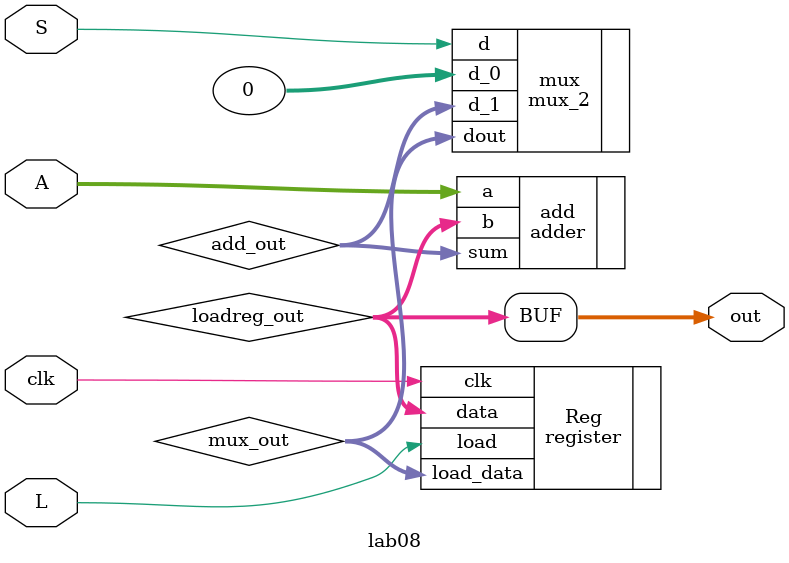
<source format=v>
module lab08(A,S,L,clk,out);

	input [7:0]A;
	input S;
	input L;
	input clk;
	output [7:0]out;
	
	wire [7:0]add_out;
	wire [7:0]mux_out;
	wire [7:0]loadreg_out;

	adder add(
		.a(A),
		.b(loadreg_out),
		.sum(add_out)
	);
		
	mux_2 mux(
		.d_0(0),
		.d_1(add_out),
		.d(S),
		.dout(mux_out)
	);
		
	register Reg(
		.load_data(mux_out),
		.data(loadreg_out),
		.load(L),
		.clk(clk)
	);
	
	assign out=loadreg_out;
	
endmodule
</source>
